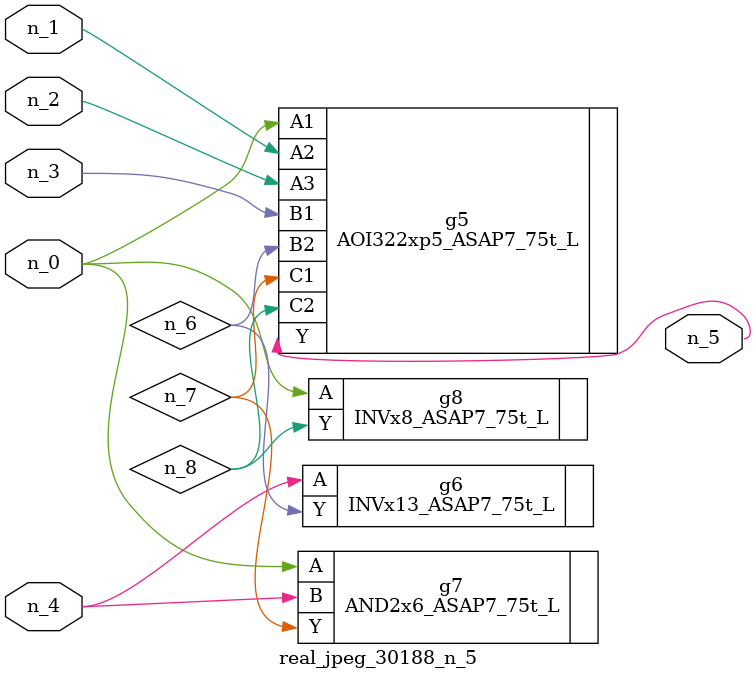
<source format=v>
module real_jpeg_30188_n_5 (n_4, n_0, n_1, n_2, n_3, n_5);

input n_4;
input n_0;
input n_1;
input n_2;
input n_3;

output n_5;

wire n_8;
wire n_6;
wire n_7;

AOI322xp5_ASAP7_75t_L g5 ( 
.A1(n_0),
.A2(n_1),
.A3(n_2),
.B1(n_3),
.B2(n_6),
.C1(n_7),
.C2(n_8),
.Y(n_5)
);

AND2x6_ASAP7_75t_L g7 ( 
.A(n_0),
.B(n_4),
.Y(n_7)
);

INVx8_ASAP7_75t_L g8 ( 
.A(n_0),
.Y(n_8)
);

INVx13_ASAP7_75t_L g6 ( 
.A(n_4),
.Y(n_6)
);


endmodule
</source>
